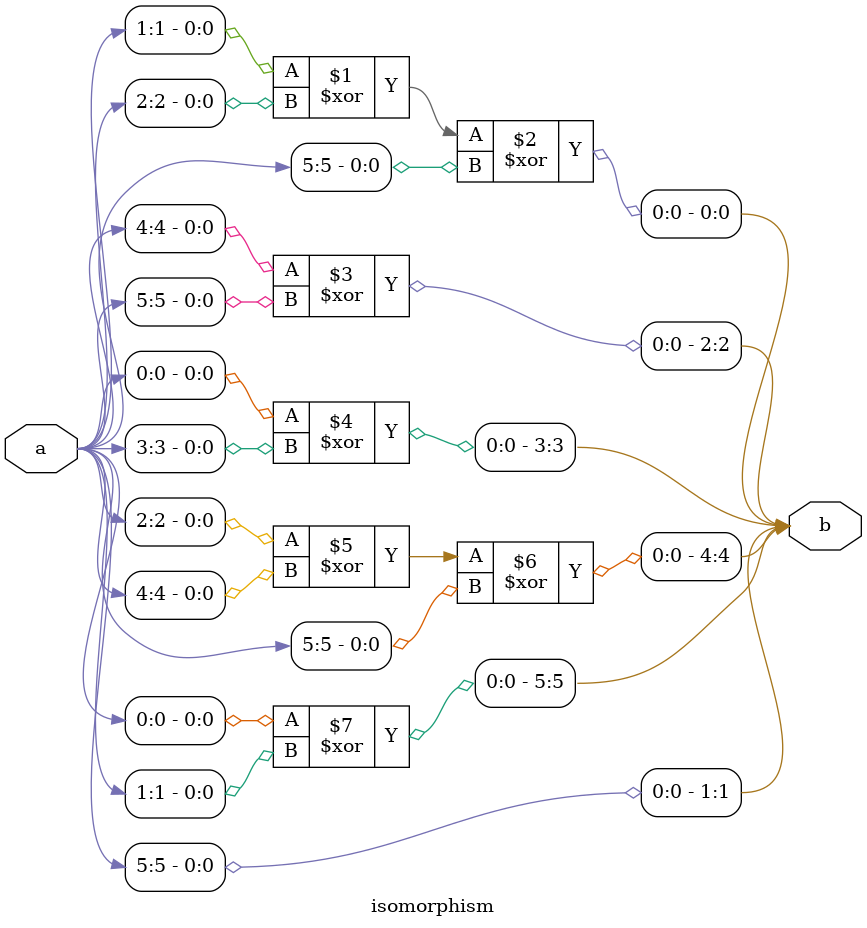
<source format=v>
`timescale 1ns/100ps
module SMSS32_34_nn_11_5(x,y);
	 input [5:0] x;
	 output [5:0] y;
	 wire [5:0] w;
	 wire [5:0] p;
	 isomorphism C2 (x,w);
	 power_34 C3 (w,p);
	 inv_isomorphism C4 (p,y);
endmodule

module add_base(a,b,c);
	 input [2:0] a;
	 input [2:0] b;
	 output [2:0] c;
	 assign c[0]=a[0]^b[0];
	 assign c[1]=a[1]^b[1];
	 assign c[2]=a[2]^b[2];
endmodule

module six_base(a,b);
	 input [2:0] a;
	 output [2:0] b;
	 assign b[0]=a[0]^a[2]^(a[1]&a[2]);
	 assign b[1]=a[0]^a[1]^(a[0]&a[2]);
	 assign b[2]=a[1]^a[2]^(a[0]&a[1]);
endmodule

module power_34(a,b);
	 input [5:0] a;
	 output [5:0] b;
	 wire [2:0] x_0;
	 wire [2:0] x_1;
	 wire [2:0] x_2;
	 wire [2:0] x_3;
	 wire [2:0] x_4;
	 wire [2:0] x_5;
	 wire [2:0] y_0;
	 wire [2:0] y_1;
	 assign x_0[0]=a[0];
	 assign x_0[1]=a[1];
	 assign x_0[2]=a[2];
	 assign x_1[0]=a[3];
	 assign x_1[1]=a[4];
	 assign x_1[2]=a[5];
	 add_base A1 (x_0,x_1,x_2);
	 six_base A2 (x_2,x_3);
	 six_base  A3 (x_0,x_4);
	 six_base A4 (x_1,x_5);
	 add_base A5 (x_5,x_3,y_0);
	 add_base A6 (x_4,x_3,y_1);
	 assign b[0]=y_0[0];
	 assign b[1]=y_0[1];
	 assign b[2]=y_0[2];
	 assign b[3]=y_1[0];
	 assign b[4]=y_1[1];
	 assign b[5]=y_1[2];
endmodule

module inv_isomorphism(a,b);
	 input [5:0] a;
	 output [5:0] b;
	 assign b[0]=a[3];
	 assign b[1]=a[2]^a[4]^a[5];
	 assign b[2]=a[5];
	 assign b[3]=a[1]^a[3];
	 assign b[4]=a[1]^a[3]^a[4]^a[5];
	 assign b[5]=a[0]^a[3]^a[5];
endmodule

module isomorphism(a,b);
	 input [5:0] a;
	 output [5:0] b;
	 assign b[0]=a[1]^a[2]^a[5];
	 assign b[1]=a[5];
	 assign b[2]=a[4]^a[5];
	 assign b[3]=a[0]^a[3];
	 assign b[4]=a[2]^a[4]^a[5];
	 assign b[5]=a[0]^a[1];
endmodule


</source>
